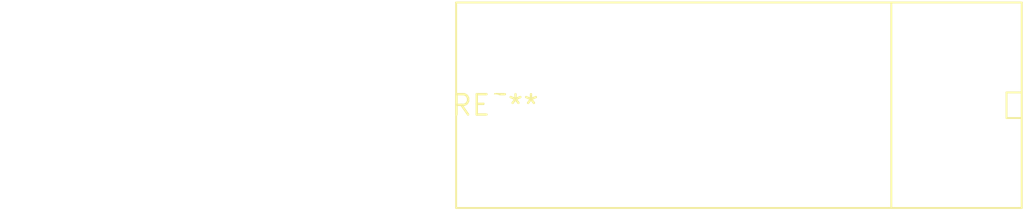
<source format=kicad_pcb>
(kicad_pcb (version 20240108) (generator pcbnew)
  (layers (0 "F.Cu" signal) (31 "B.Cu" signal) (34 "B.Paste" user) (35 "F.Paste" user) (36 "B.SilkS" user "B.Silkscreen") (37 "F.SilkS" user "F.Silkscreen") (38 "B.Mask" user) (39 "F.Mask" user) (44 "Edge.Cuts" user))
  (net 0 "")
  (footprint "Fuseholder_Cylinder-5x20mm_Bulgin_FX0457_Horizontal_Closed" (layer "F.Cu") (at 0 0)
    (property "Reference" "REF**")
    (property "Value" "Fuseholder_Cylinder-5x20mm_Bulgin_FX0457_Horizontal_Closed")
    (fp_line (start -2.44 -6.42) (end -2.44 6.42) (layer "F.SilkS") (stroke (width 0.12)))
    (fp_line (start -2.44 -6.42) (end 32.9 -6.42) (layer "F.SilkS") (stroke (width 0.12)))
    (fp_line (start 24.75 -6.4) (end 24.75 6.4) (layer "F.SilkS") (stroke (width 0.12)))
    (fp_line (start 31.95 -0.8) (end 31.95 0.8) (layer "F.SilkS") (stroke (width 0.12)))
    (fp_line (start 31.95 0.8) (end 32.85 0.8) (layer "F.SilkS") (stroke (width 0.12)))
    (fp_line (start 32.85 -0.8) (end 31.95 -0.8) (layer "F.SilkS") (stroke (width 0.12)))
    (fp_line (start 32.9 6.42) (end -2.44 6.42) (layer "F.SilkS") (stroke (width 0.12)))
    (fp_line (start 32.9 6.42) (end 32.9 -6.42) (layer "F.SilkS") (stroke (width 0.12)))
    (pad "1" thru_hole circle (at 0 0) (size 3 3) (drill 1.35) (layers *.Cu *.Mask) (remove_unused_layers))
    (pad "2" thru_hole circle (at 10.16 0) (size 3 3) (drill 1.35) (layers *.Cu *.Mask) (remove_unused_layers))
  )
)
</source>
